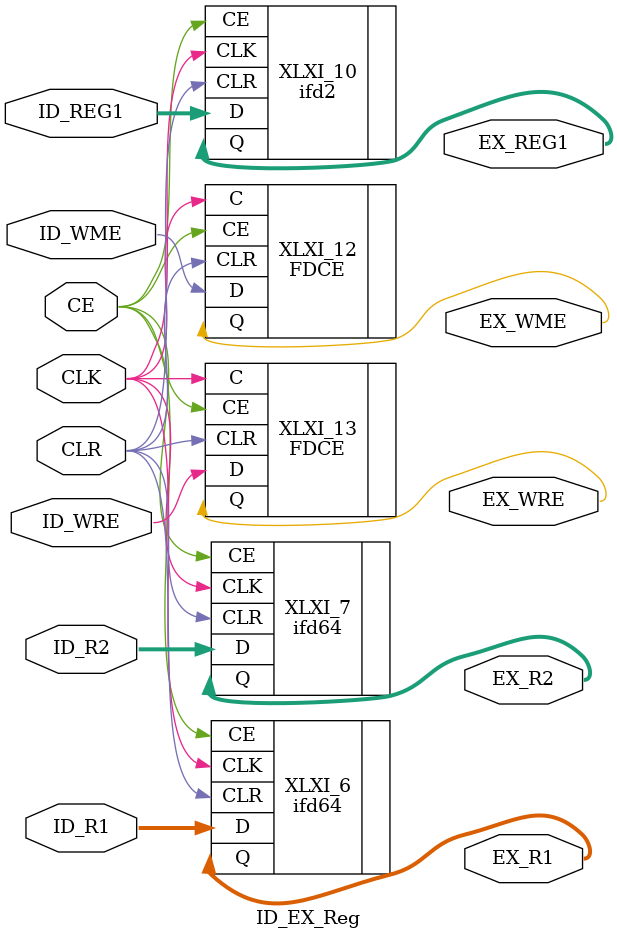
<source format=v>
`timescale 1ns / 1ps

module ID_EX_Reg(CE, 
                 CLK, 
                 CLR, 
                 ID_REG1, 
                 ID_R1, 
                 ID_R2, 
                 ID_WME, 
                 ID_WRE, 
                 EX_REG1, 
                 EX_R1, 
                 EX_R2, 
                 EX_WME, 
                 EX_WRE);

    input CE;
    input CLK;
    input CLR;
    input [1:0] ID_REG1;
    input [63:0] ID_R1;
    input [63:0] ID_R2;
    input ID_WME;
    input ID_WRE;
   output [1:0] EX_REG1;
   output [63:0] EX_R1;
   output [63:0] EX_R2;
   output EX_WME;
   output EX_WRE;
   
   
   ifd64 XLXI_6 (.CE(CE), 
                 .CLK(CLK), 
                 .CLR(CLR), 
                 .D(ID_R1[63:0]), 
                 .Q(EX_R1[63:0]));
   ifd64 XLXI_7 (.CE(CE), 
                 .CLK(CLK), 
                 .CLR(CLR), 
                 .D(ID_R2[63:0]), 
                 .Q(EX_R2[63:0]));
   ifd2 XLXI_10 (.CE(CE), 
                 .CLK(CLK), 
                 .CLR(CLR), 
                 .D(ID_REG1[1:0]), 
                 .Q(EX_REG1[1:0]));
   FDCE XLXI_12 (.C(CLK), 
                 .CE(CE), 
                 .CLR(CLR), 
                 .D(ID_WME), 
                 .Q(EX_WME));
   defparam XLXI_12.INIT = 1'b0;
   FDCE XLXI_13 (.C(CLK), 
                 .CE(CE), 
                 .CLR(CLR), 
                 .D(ID_WRE), 
                 .Q(EX_WRE));
   defparam XLXI_13.INIT = 1'b0;
endmodule

</source>
